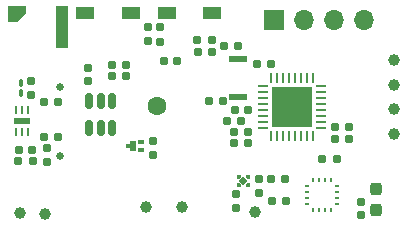
<source format=gbr>
%TF.GenerationSoftware,KiCad,Pcbnew,8.0.0*%
%TF.CreationDate,2024-03-15T11:34:24+01:00*%
%TF.ProjectId,projet s6,70726f6a-6574-4207-9336-2e6b69636164,rev?*%
%TF.SameCoordinates,Original*%
%TF.FileFunction,Soldermask,Top*%
%TF.FilePolarity,Negative*%
%FSLAX46Y46*%
G04 Gerber Fmt 4.6, Leading zero omitted, Abs format (unit mm)*
G04 Created by KiCad (PCBNEW 8.0.0) date 2024-03-15 11:34:24*
%MOMM*%
%LPD*%
G01*
G04 APERTURE LIST*
G04 Aperture macros list*
%AMRoundRect*
0 Rectangle with rounded corners*
0 $1 Rounding radius*
0 $2 $3 $4 $5 $6 $7 $8 $9 X,Y pos of 4 corners*
0 Add a 4 corners polygon primitive as box body*
4,1,4,$2,$3,$4,$5,$6,$7,$8,$9,$2,$3,0*
0 Add four circle primitives for the rounded corners*
1,1,$1+$1,$2,$3*
1,1,$1+$1,$4,$5*
1,1,$1+$1,$6,$7*
1,1,$1+$1,$8,$9*
0 Add four rect primitives between the rounded corners*
20,1,$1+$1,$2,$3,$4,$5,0*
20,1,$1+$1,$4,$5,$6,$7,0*
20,1,$1+$1,$6,$7,$8,$9,0*
20,1,$1+$1,$8,$9,$2,$3,0*%
%AMRotRect*
0 Rectangle, with rotation*
0 The origin of the aperture is its center*
0 $1 length*
0 $2 width*
0 $3 Rotation angle, in degrees counterclockwise*
0 Add horizontal line*
21,1,$1,$2,0,0,$3*%
%AMOutline4P*
0 Free polygon, 4 corners , with rotation*
0 The origin of the aperture is its center*
0 number of corners: always 4*
0 $1 to $8 corner X, Y*
0 $9 Rotation angle, in degrees counterclockwise*
0 create outline with 4 corners*
4,1,4,$1,$2,$3,$4,$5,$6,$7,$8,$1,$2,$9*%
%AMOutline5P*
0 Free polygon, 5 corners , with rotation*
0 The origin of the aperture is its center*
0 number of corners: always 5*
0 $1 to $10 corner X, Y*
0 $11 Rotation angle, in degrees counterclockwise*
0 create outline with 5 corners*
4,1,5,$1,$2,$3,$4,$5,$6,$7,$8,$9,$10,$1,$2,$11*%
%AMOutline6P*
0 Free polygon, 6 corners , with rotation*
0 The origin of the aperture is its center*
0 number of corners: always 6*
0 $1 to $12 corner X, Y*
0 $13 Rotation angle, in degrees counterclockwise*
0 create outline with 6 corners*
4,1,6,$1,$2,$3,$4,$5,$6,$7,$8,$9,$10,$11,$12,$1,$2,$13*%
%AMOutline7P*
0 Free polygon, 7 corners , with rotation*
0 The origin of the aperture is its center*
0 number of corners: always 7*
0 $1 to $14 corner X, Y*
0 $15 Rotation angle, in degrees counterclockwise*
0 create outline with 7 corners*
4,1,7,$1,$2,$3,$4,$5,$6,$7,$8,$9,$10,$11,$12,$13,$14,$1,$2,$15*%
%AMOutline8P*
0 Free polygon, 8 corners , with rotation*
0 The origin of the aperture is its center*
0 number of corners: always 8*
0 $1 to $16 corner X, Y*
0 $17 Rotation angle, in degrees counterclockwise*
0 create outline with 8 corners*
4,1,8,$1,$2,$3,$4,$5,$6,$7,$8,$9,$10,$11,$12,$13,$14,$15,$16,$1,$2,$17*%
G04 Aperture macros list end*
%ADD10Outline5P,-0.207500X0.150000X0.057500X0.150000X0.207500X0.000000X0.207500X-0.150000X-0.207500X-0.150000X180.000000*%
%ADD11Outline5P,-0.207500X0.150000X0.207500X0.150000X0.207500X0.000000X0.057500X-0.150000X-0.207500X-0.150000X180.000000*%
%ADD12RotRect,0.500000X0.500000X225.000000*%
%ADD13Outline5P,-0.207500X0.150000X0.207500X0.150000X0.207500X-0.150000X-0.057500X-0.150000X-0.207500X0.000000X180.000000*%
%ADD14Outline5P,-0.207500X0.000000X-0.057500X0.150000X0.207500X0.150000X0.207500X-0.150000X-0.207500X-0.150000X180.000000*%
%ADD15RoundRect,0.155000X-0.155000X0.212500X-0.155000X-0.212500X0.155000X-0.212500X0.155000X0.212500X0*%
%ADD16R,1.700000X1.700000*%
%ADD17O,1.700000X1.700000*%
%ADD18RoundRect,0.160000X0.197500X0.160000X-0.197500X0.160000X-0.197500X-0.160000X0.197500X-0.160000X0*%
%ADD19RoundRect,0.160000X0.160000X-0.197500X0.160000X0.197500X-0.160000X0.197500X-0.160000X-0.197500X0*%
%ADD20RoundRect,0.062500X-0.375000X-0.062500X0.375000X-0.062500X0.375000X0.062500X-0.375000X0.062500X0*%
%ADD21RoundRect,0.062500X-0.062500X-0.375000X0.062500X-0.375000X0.062500X0.375000X-0.062500X0.375000X0*%
%ADD22R,3.450000X3.450000*%
%ADD23C,1.000000*%
%ADD24RoundRect,0.155000X0.212500X0.155000X-0.212500X0.155000X-0.212500X-0.155000X0.212500X-0.155000X0*%
%ADD25RoundRect,0.150000X0.150000X-0.512500X0.150000X0.512500X-0.150000X0.512500X-0.150000X-0.512500X0*%
%ADD26R,0.325000X0.250000*%
%ADD27R,0.250000X0.325000*%
%ADD28RoundRect,0.100000X0.100000X-0.217500X0.100000X0.217500X-0.100000X0.217500X-0.100000X-0.217500X0*%
%ADD29RoundRect,0.155000X-0.212500X-0.155000X0.212500X-0.155000X0.212500X0.155000X-0.212500X0.155000X0*%
%ADD30RoundRect,0.160000X-0.197500X-0.160000X0.197500X-0.160000X0.197500X0.160000X-0.197500X0.160000X0*%
%ADD31RoundRect,0.155000X0.155000X-0.212500X0.155000X0.212500X-0.155000X0.212500X-0.155000X-0.212500X0*%
%ADD32R,0.250000X0.799999*%
%ADD33R,1.420000X0.610000*%
%ADD34RoundRect,0.160000X-0.160000X0.197500X-0.160000X-0.197500X0.160000X-0.197500X0.160000X0.197500X0*%
%ADD35Outline5P,-0.650000X0.750000X0.650000X0.750000X0.650000X-0.750000X0.000000X-0.750000X-0.650000X-0.100000X90.000000*%
%ADD36R,1.100000X3.600000*%
%ADD37RoundRect,0.237500X-0.237500X0.300000X-0.237500X-0.300000X0.237500X-0.300000X0.237500X0.300000X0*%
%ADD38R,0.500000X0.350000*%
%ADD39R,0.340000X0.330000*%
%ADD40Outline4P,-0.450000X-0.220000X0.450000X-0.220000X0.450000X0.220000X-0.450000X0.220000X90.000000*%
%ADD41R,1.500000X0.550000*%
%ADD42R,1.650000X1.050000*%
%ADD43C,1.600000*%
%ADD44C,0.650000*%
G04 APERTURE END LIST*
D10*
%TO.C,U3*%
X194222500Y-79860000D03*
D11*
X194222500Y-80570000D03*
D12*
X193830000Y-80215000D03*
D13*
X193437500Y-80570000D03*
D14*
X193437500Y-79860000D03*
%TD*%
D15*
%TO.C,C14*%
X193240000Y-81332500D03*
X193240000Y-82467500D03*
%TD*%
D16*
%TO.C,J2*%
X196450000Y-66600000D03*
D17*
X198990000Y-66600000D03*
X201530000Y-66600000D03*
X204070000Y-66600000D03*
%TD*%
D18*
%TO.C,R9*%
X197377500Y-80040000D03*
X196182500Y-80040000D03*
%TD*%
D19*
%TO.C,R1*%
X177220000Y-78607500D03*
X177220000Y-77412500D03*
%TD*%
D20*
%TO.C,U1*%
X195512500Y-72180000D03*
X195512500Y-72680000D03*
X195512500Y-73180000D03*
X195512500Y-73680000D03*
X195512500Y-74180000D03*
X195512500Y-74680000D03*
X195512500Y-75180000D03*
X195512500Y-75680000D03*
D21*
X196200000Y-76367500D03*
X196700000Y-76367500D03*
X197200000Y-76367500D03*
X197700000Y-76367500D03*
X198200000Y-76367500D03*
X198700000Y-76367500D03*
X199200000Y-76367500D03*
X199700000Y-76367500D03*
D20*
X200387500Y-75680000D03*
X200387500Y-75180000D03*
X200387500Y-74680000D03*
X200387500Y-74180000D03*
X200387500Y-73680000D03*
X200387500Y-73180000D03*
X200387500Y-72680000D03*
X200387500Y-72180000D03*
D21*
X199700000Y-71492500D03*
X199200000Y-71492500D03*
X198700000Y-71492500D03*
X198200000Y-71492500D03*
X197700000Y-71492500D03*
X197200000Y-71492500D03*
X196700000Y-71492500D03*
X196200000Y-71492500D03*
D22*
X197950000Y-73930000D03*
%TD*%
D23*
%TO.C,TP5*%
X174910000Y-82900000D03*
%TD*%
%TO.C,TP9*%
X206550000Y-74140000D03*
%TD*%
D24*
%TO.C,C3*%
X202737500Y-75660000D03*
X201602500Y-75660000D03*
%TD*%
D18*
%TO.C,R4*%
X178127500Y-73490000D03*
X176932500Y-73490000D03*
%TD*%
%TO.C,R7*%
X194267500Y-76970000D03*
X193072500Y-76970000D03*
%TD*%
D15*
%TO.C,C15*%
X195120000Y-80062500D03*
X195120000Y-81197500D03*
%TD*%
D25*
%TO.C,U4*%
X180800000Y-75707500D03*
X181750000Y-75707500D03*
X182700000Y-75707500D03*
X182700000Y-73432500D03*
X181750000Y-73432500D03*
X180800000Y-73432500D03*
%TD*%
D23*
%TO.C,TP11*%
X206570000Y-72030000D03*
%TD*%
D26*
%TO.C,IC1*%
X199257000Y-80630000D03*
X199257000Y-81130000D03*
X199257000Y-81630000D03*
X199257000Y-82130000D03*
D27*
X199770000Y-82643000D03*
X200270000Y-82643000D03*
X200770000Y-82643000D03*
X201270000Y-82643000D03*
D26*
X201783000Y-82130000D03*
X201783000Y-81630000D03*
X201783000Y-81130000D03*
X201783000Y-80630000D03*
D27*
X201270000Y-80117000D03*
X200770000Y-80117000D03*
X200270000Y-80117000D03*
X199770000Y-80117000D03*
%TD*%
D23*
%TO.C,TP7*%
X206570000Y-76240000D03*
%TD*%
D18*
%TO.C,R8*%
X201727500Y-78370000D03*
X200532500Y-78370000D03*
%TD*%
D28*
%TO.C,D1*%
X175020000Y-72727500D03*
X175020000Y-71912500D03*
%TD*%
D29*
%TO.C,C1*%
X174802500Y-77560000D03*
X175937500Y-77560000D03*
%TD*%
D30*
%TO.C,R6*%
X193062500Y-76030000D03*
X194257500Y-76030000D03*
%TD*%
D23*
%TO.C,TP8*%
X194790000Y-82820000D03*
%TD*%
D29*
%TO.C,C16*%
X192212500Y-68780000D03*
X193347500Y-68780000D03*
%TD*%
%TO.C,C9*%
X182732500Y-71290000D03*
X183867500Y-71290000D03*
%TD*%
D31*
%TO.C,C10*%
X180670000Y-71757500D03*
X180670000Y-70622500D03*
%TD*%
D24*
%TO.C,C12*%
X197417500Y-81930000D03*
X196282500Y-81930000D03*
%TD*%
D18*
%TO.C,R5*%
X178137500Y-76440000D03*
X176942500Y-76440000D03*
%TD*%
D32*
%TO.C,U2*%
X175620000Y-74179998D03*
X175120001Y-74179998D03*
X174620002Y-74179998D03*
X174620002Y-76080000D03*
X175120001Y-76080000D03*
X175620000Y-76080000D03*
D33*
X175120001Y-75129999D03*
%TD*%
D19*
%TO.C,R13*%
X186740000Y-68387500D03*
X186740000Y-67192500D03*
%TD*%
D34*
%TO.C,R10*%
X185750000Y-67185000D03*
X185750000Y-68380000D03*
%TD*%
D18*
%TO.C,R2*%
X175987500Y-78500000D03*
X174792500Y-78500000D03*
%TD*%
D23*
%TO.C,TP1*%
X177040000Y-82950000D03*
%TD*%
D19*
%TO.C,R3*%
X175890000Y-72927500D03*
X175890000Y-71732500D03*
%TD*%
D35*
%TO.C,BT1*%
X174705000Y-66039012D03*
D36*
X178495000Y-67189012D03*
%TD*%
D30*
%TO.C,R11*%
X189952500Y-69280000D03*
X191147500Y-69280000D03*
%TD*%
D23*
%TO.C,TP10*%
X206610000Y-69910000D03*
%TD*%
D37*
%TO.C,C13*%
X205100000Y-80897500D03*
X205100000Y-82622500D03*
%TD*%
D24*
%TO.C,C4*%
X202737500Y-76610000D03*
X201602500Y-76610000D03*
%TD*%
D34*
%TO.C,R14*%
X186160000Y-76792500D03*
X186160000Y-77987500D03*
%TD*%
D18*
%TO.C,R12*%
X191137500Y-68280000D03*
X189942500Y-68280000D03*
%TD*%
D29*
%TO.C,C2*%
X193122500Y-74170000D03*
X194257500Y-74170000D03*
%TD*%
%TO.C,C17*%
X187102500Y-70040000D03*
X188237500Y-70040000D03*
%TD*%
D24*
%TO.C,C6*%
X196137500Y-70290000D03*
X195002500Y-70290000D03*
%TD*%
D38*
%TO.C,Q1*%
X185180000Y-76925000D03*
X185180000Y-77575000D03*
D39*
X184100000Y-77250000D03*
D40*
X184490000Y-77250000D03*
%TD*%
D29*
%TO.C,C5*%
X192462500Y-75100000D03*
X193597500Y-75100000D03*
%TD*%
%TO.C,C7*%
X190952500Y-73460000D03*
X192087500Y-73460000D03*
%TD*%
D41*
%TO.C,SW5*%
X193420000Y-69835000D03*
X193420000Y-73085000D03*
%TD*%
D29*
%TO.C,C8*%
X182742500Y-70360000D03*
X183877500Y-70360000D03*
%TD*%
D15*
%TO.C,C11*%
X203770000Y-81962500D03*
X203770000Y-83097500D03*
%TD*%
D42*
%TO.C,SW1*%
X187335000Y-65935000D03*
X191185000Y-65935000D03*
%TD*%
D43*
%TO.C,PA1010D1*%
X186490000Y-73850000D03*
%TD*%
D23*
%TO.C,SW6*%
X188615000Y-82417500D03*
X185615000Y-82417500D03*
%TD*%
D42*
%TO.C,SW2*%
X180450000Y-65940000D03*
X184300000Y-65940000D03*
%TD*%
D44*
%TO.C,J1*%
X178345000Y-78045000D03*
X178345000Y-72265000D03*
%TD*%
M02*

</source>
